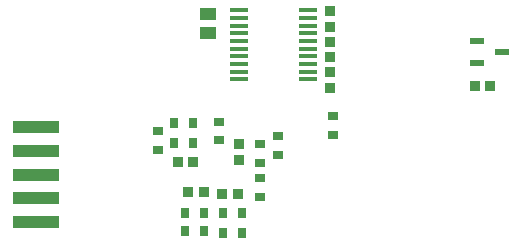
<source format=gbp>
G04*
G04 #@! TF.GenerationSoftware,Altium Limited,Altium Designer,25.8.1 (18)*
G04*
G04 Layer_Color=128*
%FSLAX44Y44*%
%MOMM*%
G71*
G04*
G04 #@! TF.SameCoordinates,D7C4C725-C8A4-46AB-A62B-07054BF05DDA*
G04*
G04*
G04 #@! TF.FilePolarity,Positive*
G04*
G01*
G75*
%ADD15R,0.8300X0.9400*%
%ADD16R,0.9400X0.8300*%
%ADD17R,0.8000X0.9500*%
%ADD18R,0.9500X0.8000*%
%ADD21R,1.4700X1.0200*%
%ADD22R,4.0000X1.0000*%
%ADD57R,1.2500X0.6000*%
%ADD58R,1.5000X0.4500*%
D15*
X410600Y143000D02*
D03*
X196600Y52000D02*
D03*
X154800Y53000D02*
D03*
X145800Y79000D02*
D03*
X397400Y143000D02*
D03*
X183400Y52000D02*
D03*
X168000Y53000D02*
D03*
X159000Y79000D02*
D03*
D16*
X275000Y180600D02*
D03*
Y193400D02*
D03*
Y206600D02*
D03*
X198000Y80400D02*
D03*
Y93600D02*
D03*
X275000Y154600D02*
D03*
Y141400D02*
D03*
Y167400D02*
D03*
D17*
X200000Y36000D02*
D03*
X143000Y95000D02*
D03*
X152000Y36000D02*
D03*
X200000Y19000D02*
D03*
X143000Y112000D02*
D03*
X159000D02*
D03*
X184000Y19000D02*
D03*
Y36000D02*
D03*
X168000D02*
D03*
X152000Y20000D02*
D03*
X168000D02*
D03*
X159000Y95000D02*
D03*
D18*
X231000Y101000D02*
D03*
X129000Y89000D02*
D03*
X277000Y102000D02*
D03*
Y118000D02*
D03*
X129000Y105000D02*
D03*
X181000Y97000D02*
D03*
Y113000D02*
D03*
X231000Y85000D02*
D03*
X216000Y65000D02*
D03*
Y49000D02*
D03*
Y78000D02*
D03*
Y94000D02*
D03*
D21*
X172000Y204000D02*
D03*
Y188000D02*
D03*
D22*
X26000Y108000D02*
D03*
Y88000D02*
D03*
Y68000D02*
D03*
Y48000D02*
D03*
Y28000D02*
D03*
D57*
X420500Y172000D02*
D03*
X399500Y181500D02*
D03*
Y162500D02*
D03*
D58*
X198000Y194250D02*
D03*
X256000Y181250D02*
D03*
Y148750D02*
D03*
Y155250D02*
D03*
Y168250D02*
D03*
Y174750D02*
D03*
Y187750D02*
D03*
Y194250D02*
D03*
Y207250D02*
D03*
X198000D02*
D03*
Y200750D02*
D03*
X256000Y161750D02*
D03*
X198000Y187750D02*
D03*
Y174750D02*
D03*
Y161750D02*
D03*
Y148750D02*
D03*
Y181250D02*
D03*
Y168250D02*
D03*
Y155250D02*
D03*
X256000Y200750D02*
D03*
M02*

</source>
